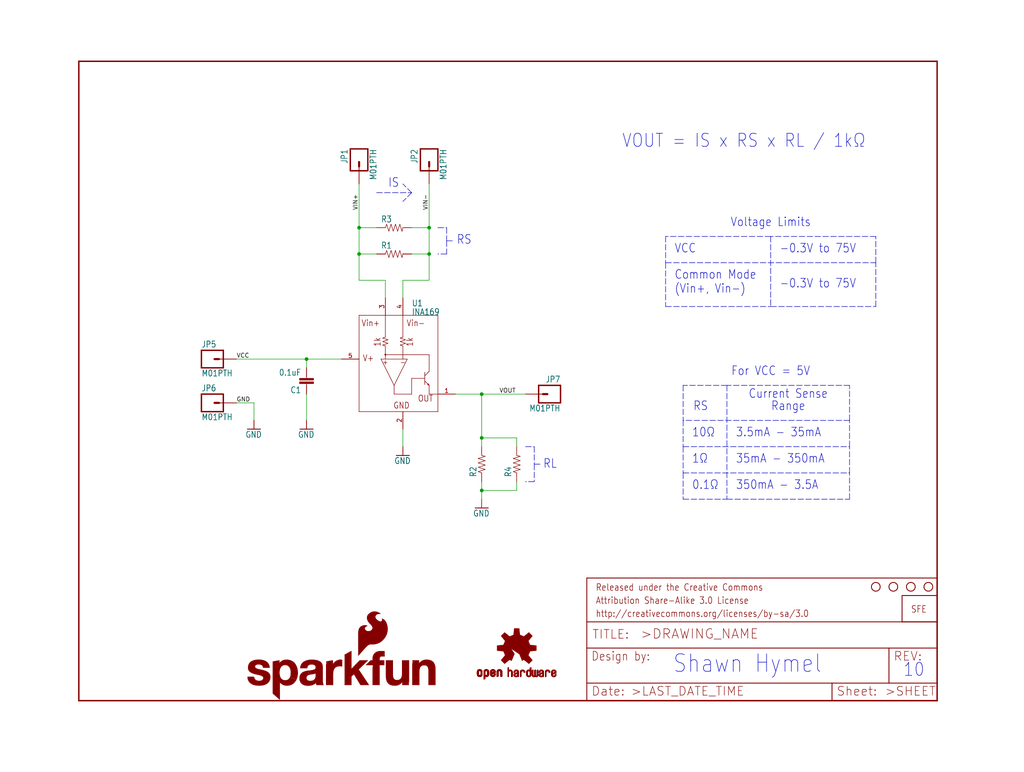
<source format=kicad_sch>
(kicad_sch (version 20211123) (generator eeschema)
  (paper "User" 297.002 223.926)
  (lib_symbols
    (symbol "eagleSchem-eagle-import:CAP0603-CAP"
      (property "Reference" "C" (at 1.524 2.921 0))
      (property "Value" "CAP0603-CAP" (at 1.524 -2.159 0))
      (symbol "CAP0603-CAP_1_0"
        (pin passive line (at 0 5.08 270) (length 2.54) (name "1") (number "1"))
        (pin passive line (at 0 -2.54 90) (length 2.54) (name "2") (number "2"))
      )
    )
    (symbol "eagleSchem-eagle-import:FRAME-LETTER"
      (symbol "FRAME-LETTER_2_0"
        (text ">DRAWING_NAME" (at 15.494 17.78 0) (effects (font (size 2.7432 2.7432)) (justify left bottom)))
        (text ">LAST_DATE_TIME" (at 12.7 1.27 0) (effects (font (size 2.54 2.54)) (justify left bottom)))
        (text ">SHEET" (at 86.36 1.27 0) (effects (font (size 2.54 2.54)) (justify left bottom)))
        (text "Attribution Share-Alike 3.0 License" (at 2.54 27.94 0) (effects (font (size 1.9304 1.6408)) (justify left bottom)))
        (text "Date:" (at 1.27 1.27 0) (effects (font (size 2.54 2.54)) (justify left bottom)))
        (text "Design by:" (at 1.27 11.43 0) (effects (font (size 2.54 2.159)) (justify left bottom)))
        (text "http://creativecommons.org/licenses/by-sa/3.0" (at 2.54 24.13 0) (effects (font (size 1.9304 1.6408)) (justify left bottom)))
        (text "Released under the Creative Commons" (at 2.54 31.75 0) (effects (font (size 1.9304 1.6408)) (justify left bottom)))
        (text "REV:" (at 88.9 11.43 0) (effects (font (size 2.54 2.54)) (justify left bottom)))
        (text "Sheet:" (at 72.39 1.27 0) (effects (font (size 2.54 2.54)) (justify left bottom)))
        (text "TITLE:" (at 1.524 17.78 0) (effects (font (size 2.54 2.54)) (justify left bottom)))
      )
    )
    (symbol "eagleSchem-eagle-import:GND" (power)
      (property "Value" "GND" (at -2.54 -2.54 0))
      (symbol "GND_1_0"
        (pin power_in line (at 0 2.54 270) (length 2.54) (name "GND") (number "1"))
      )
    )
    (symbol "eagleSchem-eagle-import:INA169"
      (property "Reference" "U" (at 2.54 17.78 0))
      (property "Value" "INA169" (at 2.54 15.24 0))
      (symbol "INA169_1_0"
        (text "1k" (at -6.35 6.096 900) (effects (font (size 1.778 1.5113)) (justify left bottom)))
        (text "1k" (at 3.048 6.096 900) (effects (font (size 1.778 1.5113)) (justify left bottom)))
        (text "GND" (at -2.794 -11.938 0) (effects (font (size 1.778 1.5113)) (justify left bottom)))
        (text "OUT" (at 4.318 -9.906 0) (effects (font (size 1.778 1.5113)) (justify left bottom)))
        (text "V+" (at -11.684 1.778 0) (effects (font (size 1.778 1.5113)) (justify left bottom)))
        (text "Vin+" (at -6.604 11.938 0) (effects (font (size 1.778 1.5113)) (justify right bottom)))
        (text "Vin-" (at 1.016 11.938 0) (effects (font (size 1.778 1.5113)) (justify left bottom)))
        (pin bidirectional line (at 15.24 -7.62 180) (length 5.08) (name "OUT") (number "1"))
        (pin bidirectional line (at 0 -17.78 90) (length 5.08) (name "GND") (number "2"))
        (pin bidirectional line (at -5.08 20.32 270) (length 5.08) (name "VIN+") (number "3"))
        (pin bidirectional line (at 0 20.32 270) (length 5.08) (name "VIN-") (number "4"))
        (pin bidirectional line (at -17.78 2.54 0) (length 5.08) (name "V+") (number "5"))
      )
    )
    (symbol "eagleSchem-eagle-import:LOGO-SFESK"
      (symbol "LOGO-SFESK_1_0"
        (text "SFE" (at 0 0 0) (effects (font (size 1.9304 1.6408)) (justify left bottom)))
      )
    )
    (symbol "eagleSchem-eagle-import:M01PTH"
      (property "Reference" "JP" (at -2.54 3.302 0))
      (property "Value" "M01PTH" (at -2.54 -5.08 0))
      (symbol "M01PTH_1_0"
        (pin passive line (at 7.62 0 180) (length 5.08) (name "1") (number "1"))
      )
    )
    (symbol "eagleSchem-eagle-import:OSHW-LOGOS")
    (symbol "eagleSchem-eagle-import:RESISTOR0603"
      (property "Reference" "R" (at -3.81 1.4986 0))
      (property "Value" "RESISTOR0603" (at -3.81 -3.302 0))
      (symbol "RESISTOR0603_1_0"
        (pin passive line (at -5.08 0 0) (length 2.54) (name "1") (number "1"))
        (pin passive line (at 5.08 0 180) (length 2.54) (name "2") (number "2"))
      )
    )
    (symbol "eagleSchem-eagle-import:RESISTOR1206"
      (property "Reference" "R" (at -3.81 1.4986 0))
      (property "Value" "RESISTOR1206" (at -3.81 -3.302 0))
      (symbol "RESISTOR1206_1_0"
        (pin passive line (at -5.08 0 0) (length 2.54) (name "1") (number "1"))
        (pin passive line (at 5.08 0 180) (length 2.54) (name "2") (number "2"))
      )
    )
    (symbol "eagleSchem-eagle-import:RESISTORPTH-1{slash}4W"
      (property "Reference" "R" (at -3.81 1.4986 0))
      (property "Value" "RESISTORPTH-1{slash}4W" (at -3.81 -3.302 0))
      (symbol "RESISTORPTH-1{slash}4W_1_0"
        (pin passive line (at -5.08 0 0) (length 2.54) (name "1") (number "P$1"))
        (pin passive line (at 5.08 0 180) (length 2.54) (name "2") (number "P$2"))
      )
    )
    (symbol "eagleSchem-eagle-import:RESISTORPTH-2W"
      (property "Reference" "R" (at -3.81 1.4986 0))
      (property "Value" "RESISTORPTH-2W" (at -3.81 -3.302 0))
      (symbol "RESISTORPTH-2W_1_0"
        (pin passive line (at -5.08 0 0) (length 2.54) (name "1") (number "P$1"))
        (pin passive line (at 5.08 0 180) (length 2.54) (name "2") (number "P$2"))
      )
    )
    (symbol "eagleSchem-eagle-import:SFE_LOGO_NAME_FLAME.1_INCH")
    (symbol "eagleSchem-eagle-import:STAND-OFF")
  )
  (junction (at 139.7 142.24))
  (junction (at 124.46 66.04))
  (junction (at 139.7 114.3))
  (junction (at 139.7 127))
  (junction (at 104.14 73.66))
  (junction (at 88.9 104.14))
  (junction (at 124.46 73.66))
  (junction (at 104.14 66.04))
  (polyline (pts (xy 198.12 144.78) (xy 210.82 144.78)))
  (polyline (pts (xy 119.38 55.88) (xy 116.84 53.34)))
  (polyline (pts (xy 223.52 88.9) (xy 254 88.9)))
  (polyline (pts (xy 246.38 121.92) (xy 198.12 121.92)))
  (polyline (pts (xy 154.94 139.7) (xy 152.4 139.7)))
  (polyline (pts (xy 246.38 137.16) (xy 246.38 129.54)))
  (polyline (pts (xy 152.4 129.54) (xy 154.94 129.54)))
  (polyline (pts (xy 198.12 111.76) (xy 198.12 121.92)))
  (wire (pts (xy 68.58 116.84) (xy 73.66 116.84)))
  (wire (pts (xy 139.7 129.54) (xy 139.7 127)))
  (polyline (pts (xy 254 76.2) (xy 254 68.58)))
  (polyline (pts (xy 193.04 68.58) (xy 193.04 76.2)))
  (wire (pts (xy 139.7 114.3) (xy 152.4 114.3)))
  (polyline (pts (xy 210.82 144.78) (xy 246.38 144.78)))
  (wire (pts (xy 104.14 81.28) (xy 111.76 81.28)))
  (polyline (pts (xy 246.38 129.54) (xy 246.38 121.92)))
  (wire (pts (xy 119.38 66.04) (xy 124.46 66.04)))
  (wire (pts (xy 149.86 127) (xy 139.7 127)))
  (polyline (pts (xy 246.38 121.92) (xy 246.38 111.76)))
  (wire (pts (xy 104.14 73.66) (xy 109.22 73.66)))
  (polyline (pts (xy 210.82 111.76) (xy 198.12 111.76)))
  (polyline (pts (xy 154.94 134.62) (xy 154.94 139.7)))
  (wire (pts (xy 88.9 104.14) (xy 88.9 106.68)))
  (wire (pts (xy 149.86 142.24) (xy 139.7 142.24)))
  (polyline (pts (xy 198.12 129.54) (xy 198.12 137.16)))
  (polyline (pts (xy 223.52 68.58) (xy 223.52 88.9)))
  (polyline (pts (xy 119.38 55.88) (xy 116.84 58.42)))
  (polyline (pts (xy 129.54 69.85) (xy 131.572 69.85)))
  (polyline (pts (xy 154.94 129.54) (xy 154.94 134.62)))
  (polyline (pts (xy 198.12 129.54) (xy 246.38 129.54)))
  (polyline (pts (xy 193.04 76.2) (xy 254 76.2)))
  (polyline (pts (xy 246.38 144.78) (xy 246.38 137.16)))
  (wire (pts (xy 119.38 73.66) (xy 124.46 73.66)))
  (polyline (pts (xy 129.54 73.66) (xy 127 73.66)))
  (wire (pts (xy 124.46 73.66) (xy 124.46 81.28)))
  (polyline (pts (xy 193.04 88.9) (xy 223.52 88.9)))
  (polyline (pts (xy 223.52 68.58) (xy 193.04 68.58)))
  (wire (pts (xy 104.14 53.34) (xy 104.14 66.04)))
  (polyline (pts (xy 246.38 111.76) (xy 210.82 111.76)))
  (wire (pts (xy 111.76 81.28) (xy 111.76 86.36)))
  (wire (pts (xy 73.66 116.84) (xy 73.66 121.92)))
  (wire (pts (xy 124.46 66.04) (xy 124.46 53.34)))
  (wire (pts (xy 104.14 66.04) (xy 104.14 73.66)))
  (wire (pts (xy 149.86 139.7) (xy 149.86 142.24)))
  (polyline (pts (xy 127 66.04) (xy 129.54 66.04)))
  (polyline (pts (xy 198.12 121.92) (xy 198.12 129.54)))
  (polyline (pts (xy 154.94 134.62) (xy 156.972 134.62)))
  (polyline (pts (xy 109.22 55.88) (xy 119.38 55.88)))
  (wire (pts (xy 116.84 81.28) (xy 116.84 86.36)))
  (polyline (pts (xy 254 68.58) (xy 223.52 68.58)))
  (polyline (pts (xy 198.12 137.16) (xy 246.38 137.16)))
  (wire (pts (xy 88.9 114.3) (xy 88.9 121.92)))
  (wire (pts (xy 68.58 104.14) (xy 88.9 104.14)))
  (polyline (pts (xy 210.82 111.76) (xy 210.82 144.78)))
  (wire (pts (xy 104.14 73.66) (xy 104.14 81.28)))
  (wire (pts (xy 139.7 139.7) (xy 139.7 142.24)))
  (wire (pts (xy 124.46 73.66) (xy 124.46 66.04)))
  (wire (pts (xy 139.7 142.24) (xy 139.7 144.78)))
  (wire (pts (xy 88.9 104.14) (xy 99.06 104.14)))
  (polyline (pts (xy 198.12 137.16) (xy 198.12 144.78)))
  (wire (pts (xy 132.08 114.3) (xy 139.7 114.3)))
  (wire (pts (xy 149.86 129.54) (xy 149.86 127)))
  (polyline (pts (xy 193.04 76.2) (xy 193.04 88.9)))
  (polyline (pts (xy 129.54 66.04) (xy 129.54 69.85)))
  (wire (pts (xy 109.22 66.04) (xy 104.14 66.04)))
  (wire (pts (xy 116.84 124.46) (xy 116.84 129.54)))
  (polyline (pts (xy 254 88.9) (xy 254 76.2)))
  (wire (pts (xy 124.46 81.28) (xy 116.84 81.28)))
  (wire (pts (xy 139.7 127) (xy 139.7 114.3)))
  (polyline (pts (xy 129.54 69.85) (xy 129.54 73.66)))
  (text "-0.3V to 75V" (at 226.06 73.66 180) (effects (font (size 2.54 2.159)) (justify left bottom)))
  (text "For VCC = 5V" (at 223.52 109.22 180) (effects (font (size 2.54 2.159)) (justify bottom)))
  (text "VOUT = IS x RS x RL / 1kΩ" (at 180.34 43.18 180) (effects (font (size 3.81 3.2385)) (justify left bottom)))
  (text "10Ω" (at 200.66 127 180) (effects (font (size 2.54 2.159)) (justify left bottom)))
  (text "350mA - 3.5A" (at 213.36 142.24 180) (effects (font (size 2.54 2.159)) (justify left bottom)))
  (text "Range" (at 228.6 119.38 180) (effects (font (size 2.54 2.159)) (justify bottom)))
  (text "Shawn Hymel" (at 195.072 195.58 180) (effects (font (size 5.08 4.318)) (justify left bottom)))
  (text "1Ω" (at 200.66 134.62 180) (effects (font (size 2.54 2.159)) (justify left bottom)))
  (text "10" (at 261.874 196.596 180) (effects (font (size 3.81 3.2385)) (justify left bottom)))
  (text "RS" (at 134.62 71.12 180) (effects (font (size 2.54 2.159)) (justify bottom)))
  (text "35mA - 350mA" (at 213.36 134.62 180) (effects (font (size 2.54 2.159)) (justify left bottom)))
  (text "RL" (at 157.48 134.62 180) (effects (font (size 2.54 2.159)) (justify left)))
  (text "-0.3V to 75V" (at 226.06 83.82 180) (effects (font (size 2.54 2.159)) (justify left bottom)))
  (text "VCC" (at 195.58 73.66 180) (effects (font (size 2.54 2.159)) (justify left bottom)))
  (text "IS" (at 112.522 54.61 180) (effects (font (size 2.54 2.159)) (justify left bottom)))
  (text "3.5mA - 35mA" (at 213.36 127 180) (effects (font (size 2.54 2.159)) (justify left bottom)))
  (text "0.1Ω" (at 200.66 142.24 180) (effects (font (size 2.54 2.159)) (justify left bottom)))
  (text "RS" (at 203.2 119.38 180) (effects (font (size 2.54 2.159)) (justify bottom)))
  (text "(Vin+, Vin-)" (at 195.58 85.344 180) (effects (font (size 2.54 2.159)) (justify left bottom)))
  (text "Current Sense" (at 228.6 115.824 180) (effects (font (size 2.54 2.159)) (justify bottom)))
  (text "Common Mode" (at 195.58 81.28 180) (effects (font (size 2.54 2.159)) (justify left bottom)))
  (text "Voltage Limits" (at 223.52 66.04 180) (effects (font (size 2.54 2.159)) (justify bottom)))
  (label "VIN+" (at 104.14 60.96 90) (effects (font (size 1.2446 1.2446))))
  (label "VOUT" (at 144.78 114.3 0) (effects (font (size 1.2446 1.2446))))
  (label "GND" (at 68.58 116.84 0) (effects (font (size 1.2446 1.2446))))
  (label "VCC" (at 68.58 104.14 0) (effects (font (size 1.2446 1.2446))))
  (label "VIN-" (at 124.46 60.96 90) (effects (font (size 1.2446 1.2446))))
  (symbol (lib_id "eagleSchem-eagle-import:RESISTORPTH-2W") (at 114.3 66.04 0) (unit 1)
    (property "Reference" "R3" (at 110.49 64.5414 0) (effects (font (size 1.778 1.5113)) (justify left bottom)))
    (property "Value" "RESISTORPTH-2W" (at 110.49 69.342 0) (effects (font (size 1.778 1.5113)) (justify left bottom)))
    (property "Footprint" "eagleSchem:AXIAL-0.8" (effects hide))
    (property "Value" "RESISTORPTH-2W" (effects hide))
  )
  (symbol (lib_id "eagleSchem-eagle-import:M01PTH") (at 124.46 45.72 90) (mirror x) (unit 1)
    (property "Reference" "JP2" (at 121.158 43.18 0) (effects (font (size 1.778 1.5113)) (justify left bottom)))
    (property "Value" "M01PTH" (at 129.54 43.18 0) (effects (font (size 1.778 1.5113)) (justify left bottom)))
    (property "Footprint" "eagleSchem:1X01" (effects hide))
  )
  (symbol (lib_id "eagleSchem-eagle-import:RESISTOR0603") (at 139.7 134.62 90) (unit 1)
    (property "Reference" "R2" (at 138.2014 138.43 0) (effects (font (size 1.778 1.5113)) (justify left bottom)))
    (property "Value" "10k" (at 143.002 138.43 0) (effects (font (size 1.778 1.5113)) (justify left bottom)))
    (property "Footprint" "eagleSchem:0603-RES" (effects hide))
    (property "Value" "10k" (effects hide))
  )
  (symbol (lib_id "eagleSchem-eagle-import:OSHW-LOGOS") (at 149.86 187.96 0) (unit 1)
    (property "Reference" "LOGO2" (effects hide))
    (property "Value" "OSHW-LOGOS" (effects hide))
    (property "Footprint" "eagleSchem:OSHW-LOGO-S" (effects hide))
  )
  (symbol (lib_id "eagleSchem-eagle-import:RESISTORPTH-1{slash}4W") (at 149.86 134.62 90) (unit 1)
    (property "Reference" "R4" (at 148.3614 138.43 0) (effects (font (size 1.778 1.5113)) (justify left bottom)))
    (property "Value" "RESISTORPTH-1{slash}4W" (at 153.162 138.43 0) (effects (font (size 1.778 1.5113)) (justify left bottom)))
    (property "Footprint" "eagleSchem:AXIAL-0.4" (effects hide))
    (property "Value" "RESISTORPTH-1{slash}4W" (effects hide))
  )
  (symbol (lib_id "eagleSchem-eagle-import:GND") (at 88.9 124.46 0) (unit 1)
    (property "Reference" "#GND2" (effects hide))
    (property "Value" "GND" (at 86.36 127 0) (effects (font (size 1.778 1.5113)) (justify left bottom)))
    (property "Footprint" "eagleSchem:" (effects hide))
  )
  (symbol (lib_id "eagleSchem-eagle-import:STAND-OFF") (at 264.16 170.18 0) (unit 1)
    (property "Reference" "STANDOFF2" (effects hide))
    (property "Value" "STAND-OFF" (effects hide))
    (property "Footprint" "eagleSchem:STAND-OFF" (effects hide))
  )
  (symbol (lib_id "eagleSchem-eagle-import:STAND-OFF") (at 269.24 170.18 0) (unit 1)
    (property "Reference" "STANDOFF1" (effects hide))
    (property "Value" "STAND-OFF" (effects hide))
    (property "Footprint" "eagleSchem:STAND-OFF" (effects hide))
  )
  (symbol (lib_id "eagleSchem-eagle-import:INA169") (at 116.84 106.68 0) (unit 1)
    (property "Reference" "U1" (at 119.38 88.9 0) (effects (font (size 1.778 1.5113)) (justify left bottom)))
    (property "Value" "INA169" (at 119.38 91.44 0) (effects (font (size 1.778 1.5113)) (justify left bottom)))
    (property "Footprint" "eagleSchem:SOT23-5" (effects hide))
  )
  (symbol (lib_id "eagleSchem-eagle-import:FRAME-LETTER") (at 170.18 203.2 0) (unit 2)
    (property "Reference" "FRAME1" (effects hide))
    (property "Value" "FRAME-LETTER" (effects hide))
    (property "Footprint" "eagleSchem:CREATIVE_COMMONS" (effects hide))
  )
  (symbol (lib_id "eagleSchem-eagle-import:M01PTH") (at 60.96 104.14 0) (unit 1)
    (property "Reference" "JP5" (at 58.42 100.838 0) (effects (font (size 1.778 1.5113)) (justify left bottom)))
    (property "Value" "M01PTH" (at 58.42 109.22 0) (effects (font (size 1.778 1.5113)) (justify left bottom)))
    (property "Footprint" "eagleSchem:1X01" (effects hide))
  )
  (symbol (lib_id "eagleSchem-eagle-import:GND") (at 139.7 147.32 0) (unit 1)
    (property "Reference" "#GND4" (effects hide))
    (property "Value" "GND" (at 137.16 149.86 0) (effects (font (size 1.778 1.5113)) (justify left bottom)))
    (property "Footprint" "eagleSchem:" (effects hide))
  )
  (symbol (lib_id "eagleSchem-eagle-import:M01PTH") (at 104.14 45.72 90) (mirror x) (unit 1)
    (property "Reference" "JP1" (at 100.838 43.18 0) (effects (font (size 1.778 1.5113)) (justify left bottom)))
    (property "Value" "M01PTH" (at 109.22 43.18 0) (effects (font (size 1.778 1.5113)) (justify left bottom)))
    (property "Footprint" "eagleSchem:1X01" (effects hide))
  )
  (symbol (lib_id "eagleSchem-eagle-import:M01PTH") (at 60.96 116.84 0) (unit 1)
    (property "Reference" "JP6" (at 58.42 113.538 0) (effects (font (size 1.778 1.5113)) (justify left bottom)))
    (property "Value" "M01PTH" (at 58.42 121.92 0) (effects (font (size 1.778 1.5113)) (justify left bottom)))
    (property "Footprint" "eagleSchem:1X01" (effects hide))
  )
  (symbol (lib_id "eagleSchem-eagle-import:RESISTOR1206") (at 114.3 73.66 0) (unit 1)
    (property "Reference" "R1" (at 110.49 72.1614 0) (effects (font (size 1.778 1.5113)) (justify left bottom)))
    (property "Value" "10" (at 110.49 76.962 0) (effects (font (size 1.778 1.5113)) (justify left bottom)))
    (property "Footprint" "eagleSchem:1206" (effects hide))
    (property "Value" "10" (effects hide))
    (property "Value" "10" (effects hide))
  )
  (symbol (lib_id "eagleSchem-eagle-import:FRAME-LETTER") (at 22.86 203.2 0) (unit 1)
    (property "Reference" "FRAME1" (effects hide))
    (property "Value" "FRAME-LETTER" (effects hide))
    (property "Footprint" "eagleSchem:CREATIVE_COMMONS" (effects hide))
  )
  (symbol (lib_id "eagleSchem-eagle-import:CAP0603-CAP") (at 88.9 109.22 180) (unit 1)
    (property "Reference" "C1" (at 87.376 112.141 0) (effects (font (size 1.778 1.5113)) (justify left bottom)))
    (property "Value" "0.1uF" (at 87.376 107.061 0) (effects (font (size 1.778 1.5113)) (justify left bottom)))
    (property "Footprint" "eagleSchem:0603-CAP" (effects hide))
  )
  (symbol (lib_id "eagleSchem-eagle-import:GND") (at 73.66 124.46 0) (unit 1)
    (property "Reference" "#GND1" (effects hide))
    (property "Value" "GND" (at 71.12 127 0) (effects (font (size 1.778 1.5113)) (justify left bottom)))
    (property "Footprint" "eagleSchem:" (effects hide))
  )
  (symbol (lib_id "eagleSchem-eagle-import:STAND-OFF") (at 259.08 170.18 0) (unit 1)
    (property "Reference" "STANDOFF3" (effects hide))
    (property "Value" "STAND-OFF" (effects hide))
    (property "Footprint" "eagleSchem:STAND-OFF" (effects hide))
  )
  (symbol (lib_id "eagleSchem-eagle-import:LOGO-SFESK") (at 264.16 177.8 0) (unit 1)
    (property "Reference" "LOGO3" (effects hide))
    (property "Value" "LOGO-SFESK" (effects hide))
    (property "Footprint" "eagleSchem:SFE-LOGO-FLAME" (effects hide))
  )
  (symbol (lib_id "eagleSchem-eagle-import:M01PTH") (at 160.02 114.3 0) (mirror y) (unit 1)
    (property "Reference" "JP7" (at 162.56 110.998 0) (effects (font (size 1.778 1.5113)) (justify left bottom)))
    (property "Value" "M01PTH" (at 162.56 119.38 0) (effects (font (size 1.778 1.5113)) (justify left bottom)))
    (property "Footprint" "eagleSchem:1X01" (effects hide))
  )
  (symbol (lib_id "eagleSchem-eagle-import:STAND-OFF") (at 254 170.18 0) (unit 1)
    (property "Reference" "STANDOFF4" (effects hide))
    (property "Value" "STAND-OFF" (effects hide))
    (property "Footprint" "eagleSchem:STAND-OFF" (effects hide))
  )
  (symbol (lib_id "eagleSchem-eagle-import:SFE_LOGO_NAME_FLAME.1_INCH") (at 71.12 203.2 0) (unit 1)
    (property "Reference" "LOGO1" (effects hide))
    (property "Value" "SFE_LOGO_NAME_FLAME.1_INCH" (effects hide))
    (property "Footprint" "eagleSchem:SFE_LOGO_NAME_FLAME_.1" (effects hide))
  )
  (symbol (lib_id "eagleSchem-eagle-import:GND") (at 116.84 132.08 0) (unit 1)
    (property "Reference" "#GND3" (effects hide))
    (property "Value" "GND" (at 114.3 134.62 0) (effects (font (size 1.778 1.5113)) (justify left bottom)))
    (property "Footprint" "eagleSchem:" (effects hide))
  )
)
</source>
